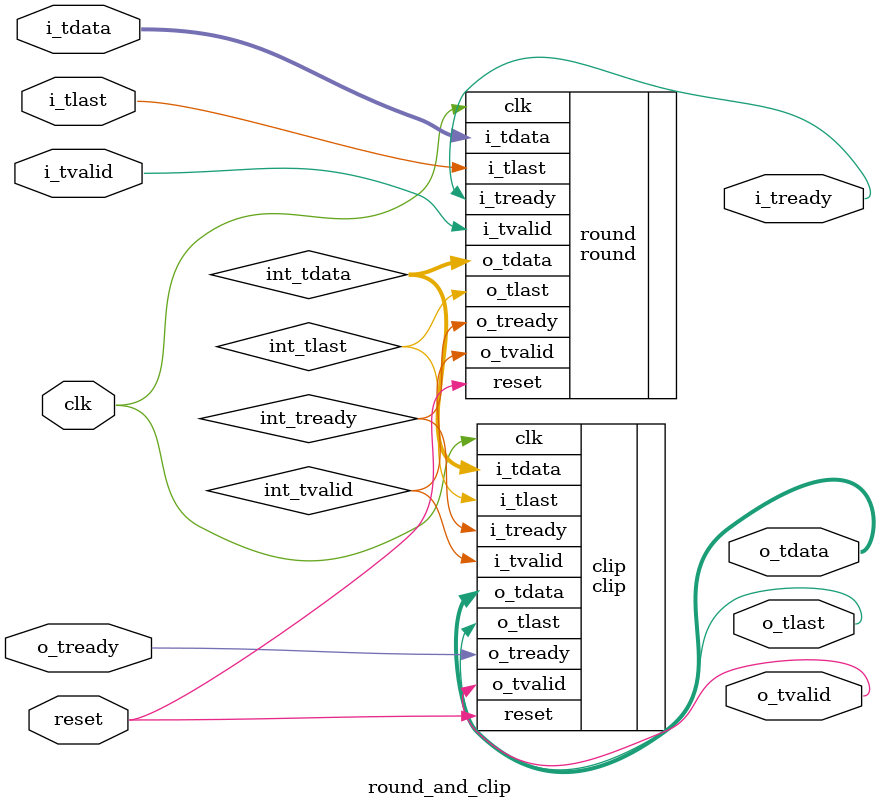
<source format=v>



module round_and_clip
  #(parameter WIDTH_IN=24,
    parameter WIDTH_OUT=16,
    parameter CLIP_BITS=3,
    parameter FIFOSIZE=0)  // leave at 0 for a normal single flop
   (input clk, input reset,
    input [WIDTH_IN-1:0] i_tdata, input i_tlast, input i_tvalid, output i_tready,
    output [WIDTH_OUT-1:0] o_tdata, output o_tlast, output o_tvalid, input o_tready);

   wire [WIDTH_OUT+CLIP_BITS-1:0] int_tdata;
   wire 			  int_tlast, int_tvalid, int_tready;
   
   round #(.WIDTH_IN(WIDTH_IN), .WIDTH_OUT(WIDTH_OUT+CLIP_BITS), .round_to_nearest(1)) round
     (.clk(clk), .reset(reset),
      .i_tdata(i_tdata), .i_tlast(i_tlast), .i_tvalid(i_tvalid), .i_tready(i_tready),
      .o_tdata(int_tdata), .o_tlast(int_tlast), .o_tvalid(int_tvalid), .o_tready(int_tready));

   clip #(.WIDTH_IN(WIDTH_OUT+CLIP_BITS), .WIDTH_OUT(WIDTH_OUT), .FIFOSIZE(FIFOSIZE)) clip
     (.clk(clk), .reset(reset),
      .i_tdata(int_tdata), .i_tlast(int_tlast), .i_tvalid(int_tvalid), .i_tready(int_tready),
      .o_tdata(o_tdata), .o_tlast(o_tlast), .o_tvalid(o_tvalid), .o_tready(o_tready));
     
endmodule // round_and_clip

</source>
